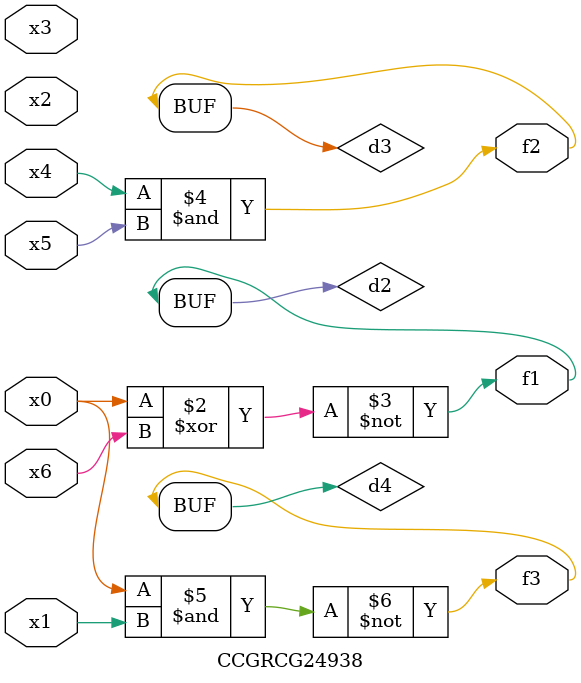
<source format=v>
module CCGRCG24938(
	input x0, x1, x2, x3, x4, x5, x6,
	output f1, f2, f3
);

	wire d1, d2, d3, d4;

	nor (d1, x0);
	xnor (d2, x0, x6);
	and (d3, x4, x5);
	nand (d4, x0, x1);
	assign f1 = d2;
	assign f2 = d3;
	assign f3 = d4;
endmodule

</source>
